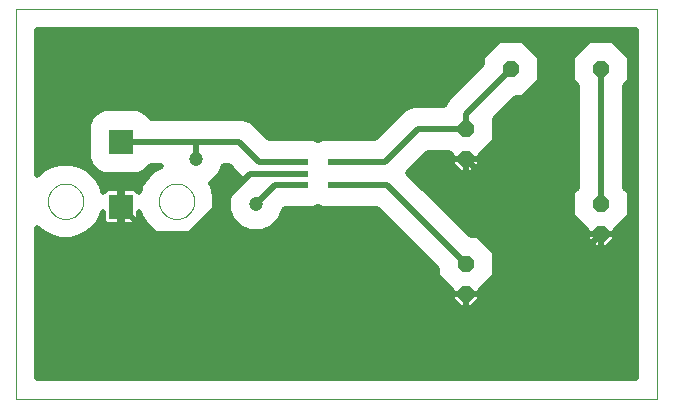
<source format=gtl>
G75*
%MOIN*%
%OFA0B0*%
%FSLAX25Y25*%
%IPPOS*%
%LPD*%
%AMOC8*
5,1,8,0,0,1.08239X$1,22.5*
%
%ADD10C,0.00000*%
%ADD11OC8,0.05200*%
%ADD12R,0.04331X0.02362*%
%ADD13R,0.08268X0.08268*%
%ADD14C,0.02000*%
%ADD15C,0.04724*%
D10*
X0007000Y0007000D02*
X0007000Y0136961D01*
X0220701Y0136961D01*
X0220701Y0007000D01*
X0007000Y0007000D01*
X0017590Y0072984D02*
X0017592Y0073137D01*
X0017598Y0073291D01*
X0017608Y0073444D01*
X0017622Y0073596D01*
X0017640Y0073749D01*
X0017662Y0073900D01*
X0017687Y0074051D01*
X0017717Y0074202D01*
X0017751Y0074352D01*
X0017788Y0074500D01*
X0017829Y0074648D01*
X0017874Y0074794D01*
X0017923Y0074940D01*
X0017976Y0075084D01*
X0018032Y0075226D01*
X0018092Y0075367D01*
X0018156Y0075507D01*
X0018223Y0075645D01*
X0018294Y0075781D01*
X0018369Y0075915D01*
X0018446Y0076047D01*
X0018528Y0076177D01*
X0018612Y0076305D01*
X0018700Y0076431D01*
X0018791Y0076554D01*
X0018885Y0076675D01*
X0018983Y0076793D01*
X0019083Y0076909D01*
X0019187Y0077022D01*
X0019293Y0077133D01*
X0019402Y0077241D01*
X0019514Y0077346D01*
X0019628Y0077447D01*
X0019746Y0077546D01*
X0019865Y0077642D01*
X0019987Y0077735D01*
X0020112Y0077824D01*
X0020239Y0077911D01*
X0020368Y0077993D01*
X0020499Y0078073D01*
X0020632Y0078149D01*
X0020767Y0078222D01*
X0020904Y0078291D01*
X0021043Y0078356D01*
X0021183Y0078418D01*
X0021325Y0078476D01*
X0021468Y0078531D01*
X0021613Y0078582D01*
X0021759Y0078629D01*
X0021906Y0078672D01*
X0022054Y0078711D01*
X0022203Y0078747D01*
X0022353Y0078778D01*
X0022504Y0078806D01*
X0022655Y0078830D01*
X0022808Y0078850D01*
X0022960Y0078866D01*
X0023113Y0078878D01*
X0023266Y0078886D01*
X0023419Y0078890D01*
X0023573Y0078890D01*
X0023726Y0078886D01*
X0023879Y0078878D01*
X0024032Y0078866D01*
X0024184Y0078850D01*
X0024337Y0078830D01*
X0024488Y0078806D01*
X0024639Y0078778D01*
X0024789Y0078747D01*
X0024938Y0078711D01*
X0025086Y0078672D01*
X0025233Y0078629D01*
X0025379Y0078582D01*
X0025524Y0078531D01*
X0025667Y0078476D01*
X0025809Y0078418D01*
X0025949Y0078356D01*
X0026088Y0078291D01*
X0026225Y0078222D01*
X0026360Y0078149D01*
X0026493Y0078073D01*
X0026624Y0077993D01*
X0026753Y0077911D01*
X0026880Y0077824D01*
X0027005Y0077735D01*
X0027127Y0077642D01*
X0027246Y0077546D01*
X0027364Y0077447D01*
X0027478Y0077346D01*
X0027590Y0077241D01*
X0027699Y0077133D01*
X0027805Y0077022D01*
X0027909Y0076909D01*
X0028009Y0076793D01*
X0028107Y0076675D01*
X0028201Y0076554D01*
X0028292Y0076431D01*
X0028380Y0076305D01*
X0028464Y0076177D01*
X0028546Y0076047D01*
X0028623Y0075915D01*
X0028698Y0075781D01*
X0028769Y0075645D01*
X0028836Y0075507D01*
X0028900Y0075367D01*
X0028960Y0075226D01*
X0029016Y0075084D01*
X0029069Y0074940D01*
X0029118Y0074794D01*
X0029163Y0074648D01*
X0029204Y0074500D01*
X0029241Y0074352D01*
X0029275Y0074202D01*
X0029305Y0074051D01*
X0029330Y0073900D01*
X0029352Y0073749D01*
X0029370Y0073596D01*
X0029384Y0073444D01*
X0029394Y0073291D01*
X0029400Y0073137D01*
X0029402Y0072984D01*
X0029400Y0072831D01*
X0029394Y0072677D01*
X0029384Y0072524D01*
X0029370Y0072372D01*
X0029352Y0072219D01*
X0029330Y0072068D01*
X0029305Y0071917D01*
X0029275Y0071766D01*
X0029241Y0071616D01*
X0029204Y0071468D01*
X0029163Y0071320D01*
X0029118Y0071174D01*
X0029069Y0071028D01*
X0029016Y0070884D01*
X0028960Y0070742D01*
X0028900Y0070601D01*
X0028836Y0070461D01*
X0028769Y0070323D01*
X0028698Y0070187D01*
X0028623Y0070053D01*
X0028546Y0069921D01*
X0028464Y0069791D01*
X0028380Y0069663D01*
X0028292Y0069537D01*
X0028201Y0069414D01*
X0028107Y0069293D01*
X0028009Y0069175D01*
X0027909Y0069059D01*
X0027805Y0068946D01*
X0027699Y0068835D01*
X0027590Y0068727D01*
X0027478Y0068622D01*
X0027364Y0068521D01*
X0027246Y0068422D01*
X0027127Y0068326D01*
X0027005Y0068233D01*
X0026880Y0068144D01*
X0026753Y0068057D01*
X0026624Y0067975D01*
X0026493Y0067895D01*
X0026360Y0067819D01*
X0026225Y0067746D01*
X0026088Y0067677D01*
X0025949Y0067612D01*
X0025809Y0067550D01*
X0025667Y0067492D01*
X0025524Y0067437D01*
X0025379Y0067386D01*
X0025233Y0067339D01*
X0025086Y0067296D01*
X0024938Y0067257D01*
X0024789Y0067221D01*
X0024639Y0067190D01*
X0024488Y0067162D01*
X0024337Y0067138D01*
X0024184Y0067118D01*
X0024032Y0067102D01*
X0023879Y0067090D01*
X0023726Y0067082D01*
X0023573Y0067078D01*
X0023419Y0067078D01*
X0023266Y0067082D01*
X0023113Y0067090D01*
X0022960Y0067102D01*
X0022808Y0067118D01*
X0022655Y0067138D01*
X0022504Y0067162D01*
X0022353Y0067190D01*
X0022203Y0067221D01*
X0022054Y0067257D01*
X0021906Y0067296D01*
X0021759Y0067339D01*
X0021613Y0067386D01*
X0021468Y0067437D01*
X0021325Y0067492D01*
X0021183Y0067550D01*
X0021043Y0067612D01*
X0020904Y0067677D01*
X0020767Y0067746D01*
X0020632Y0067819D01*
X0020499Y0067895D01*
X0020368Y0067975D01*
X0020239Y0068057D01*
X0020112Y0068144D01*
X0019987Y0068233D01*
X0019865Y0068326D01*
X0019746Y0068422D01*
X0019628Y0068521D01*
X0019514Y0068622D01*
X0019402Y0068727D01*
X0019293Y0068835D01*
X0019187Y0068946D01*
X0019083Y0069059D01*
X0018983Y0069175D01*
X0018885Y0069293D01*
X0018791Y0069414D01*
X0018700Y0069537D01*
X0018612Y0069663D01*
X0018528Y0069791D01*
X0018446Y0069921D01*
X0018369Y0070053D01*
X0018294Y0070187D01*
X0018223Y0070323D01*
X0018156Y0070461D01*
X0018092Y0070601D01*
X0018032Y0070742D01*
X0017976Y0070884D01*
X0017923Y0071028D01*
X0017874Y0071174D01*
X0017829Y0071320D01*
X0017788Y0071468D01*
X0017751Y0071616D01*
X0017717Y0071766D01*
X0017687Y0071917D01*
X0017662Y0072068D01*
X0017640Y0072219D01*
X0017622Y0072372D01*
X0017608Y0072524D01*
X0017598Y0072677D01*
X0017592Y0072831D01*
X0017590Y0072984D01*
X0054598Y0072984D02*
X0054600Y0073137D01*
X0054606Y0073291D01*
X0054616Y0073444D01*
X0054630Y0073596D01*
X0054648Y0073749D01*
X0054670Y0073900D01*
X0054695Y0074051D01*
X0054725Y0074202D01*
X0054759Y0074352D01*
X0054796Y0074500D01*
X0054837Y0074648D01*
X0054882Y0074794D01*
X0054931Y0074940D01*
X0054984Y0075084D01*
X0055040Y0075226D01*
X0055100Y0075367D01*
X0055164Y0075507D01*
X0055231Y0075645D01*
X0055302Y0075781D01*
X0055377Y0075915D01*
X0055454Y0076047D01*
X0055536Y0076177D01*
X0055620Y0076305D01*
X0055708Y0076431D01*
X0055799Y0076554D01*
X0055893Y0076675D01*
X0055991Y0076793D01*
X0056091Y0076909D01*
X0056195Y0077022D01*
X0056301Y0077133D01*
X0056410Y0077241D01*
X0056522Y0077346D01*
X0056636Y0077447D01*
X0056754Y0077546D01*
X0056873Y0077642D01*
X0056995Y0077735D01*
X0057120Y0077824D01*
X0057247Y0077911D01*
X0057376Y0077993D01*
X0057507Y0078073D01*
X0057640Y0078149D01*
X0057775Y0078222D01*
X0057912Y0078291D01*
X0058051Y0078356D01*
X0058191Y0078418D01*
X0058333Y0078476D01*
X0058476Y0078531D01*
X0058621Y0078582D01*
X0058767Y0078629D01*
X0058914Y0078672D01*
X0059062Y0078711D01*
X0059211Y0078747D01*
X0059361Y0078778D01*
X0059512Y0078806D01*
X0059663Y0078830D01*
X0059816Y0078850D01*
X0059968Y0078866D01*
X0060121Y0078878D01*
X0060274Y0078886D01*
X0060427Y0078890D01*
X0060581Y0078890D01*
X0060734Y0078886D01*
X0060887Y0078878D01*
X0061040Y0078866D01*
X0061192Y0078850D01*
X0061345Y0078830D01*
X0061496Y0078806D01*
X0061647Y0078778D01*
X0061797Y0078747D01*
X0061946Y0078711D01*
X0062094Y0078672D01*
X0062241Y0078629D01*
X0062387Y0078582D01*
X0062532Y0078531D01*
X0062675Y0078476D01*
X0062817Y0078418D01*
X0062957Y0078356D01*
X0063096Y0078291D01*
X0063233Y0078222D01*
X0063368Y0078149D01*
X0063501Y0078073D01*
X0063632Y0077993D01*
X0063761Y0077911D01*
X0063888Y0077824D01*
X0064013Y0077735D01*
X0064135Y0077642D01*
X0064254Y0077546D01*
X0064372Y0077447D01*
X0064486Y0077346D01*
X0064598Y0077241D01*
X0064707Y0077133D01*
X0064813Y0077022D01*
X0064917Y0076909D01*
X0065017Y0076793D01*
X0065115Y0076675D01*
X0065209Y0076554D01*
X0065300Y0076431D01*
X0065388Y0076305D01*
X0065472Y0076177D01*
X0065554Y0076047D01*
X0065631Y0075915D01*
X0065706Y0075781D01*
X0065777Y0075645D01*
X0065844Y0075507D01*
X0065908Y0075367D01*
X0065968Y0075226D01*
X0066024Y0075084D01*
X0066077Y0074940D01*
X0066126Y0074794D01*
X0066171Y0074648D01*
X0066212Y0074500D01*
X0066249Y0074352D01*
X0066283Y0074202D01*
X0066313Y0074051D01*
X0066338Y0073900D01*
X0066360Y0073749D01*
X0066378Y0073596D01*
X0066392Y0073444D01*
X0066402Y0073291D01*
X0066408Y0073137D01*
X0066410Y0072984D01*
X0066408Y0072831D01*
X0066402Y0072677D01*
X0066392Y0072524D01*
X0066378Y0072372D01*
X0066360Y0072219D01*
X0066338Y0072068D01*
X0066313Y0071917D01*
X0066283Y0071766D01*
X0066249Y0071616D01*
X0066212Y0071468D01*
X0066171Y0071320D01*
X0066126Y0071174D01*
X0066077Y0071028D01*
X0066024Y0070884D01*
X0065968Y0070742D01*
X0065908Y0070601D01*
X0065844Y0070461D01*
X0065777Y0070323D01*
X0065706Y0070187D01*
X0065631Y0070053D01*
X0065554Y0069921D01*
X0065472Y0069791D01*
X0065388Y0069663D01*
X0065300Y0069537D01*
X0065209Y0069414D01*
X0065115Y0069293D01*
X0065017Y0069175D01*
X0064917Y0069059D01*
X0064813Y0068946D01*
X0064707Y0068835D01*
X0064598Y0068727D01*
X0064486Y0068622D01*
X0064372Y0068521D01*
X0064254Y0068422D01*
X0064135Y0068326D01*
X0064013Y0068233D01*
X0063888Y0068144D01*
X0063761Y0068057D01*
X0063632Y0067975D01*
X0063501Y0067895D01*
X0063368Y0067819D01*
X0063233Y0067746D01*
X0063096Y0067677D01*
X0062957Y0067612D01*
X0062817Y0067550D01*
X0062675Y0067492D01*
X0062532Y0067437D01*
X0062387Y0067386D01*
X0062241Y0067339D01*
X0062094Y0067296D01*
X0061946Y0067257D01*
X0061797Y0067221D01*
X0061647Y0067190D01*
X0061496Y0067162D01*
X0061345Y0067138D01*
X0061192Y0067118D01*
X0061040Y0067102D01*
X0060887Y0067090D01*
X0060734Y0067082D01*
X0060581Y0067078D01*
X0060427Y0067078D01*
X0060274Y0067082D01*
X0060121Y0067090D01*
X0059968Y0067102D01*
X0059816Y0067118D01*
X0059663Y0067138D01*
X0059512Y0067162D01*
X0059361Y0067190D01*
X0059211Y0067221D01*
X0059062Y0067257D01*
X0058914Y0067296D01*
X0058767Y0067339D01*
X0058621Y0067386D01*
X0058476Y0067437D01*
X0058333Y0067492D01*
X0058191Y0067550D01*
X0058051Y0067612D01*
X0057912Y0067677D01*
X0057775Y0067746D01*
X0057640Y0067819D01*
X0057507Y0067895D01*
X0057376Y0067975D01*
X0057247Y0068057D01*
X0057120Y0068144D01*
X0056995Y0068233D01*
X0056873Y0068326D01*
X0056754Y0068422D01*
X0056636Y0068521D01*
X0056522Y0068622D01*
X0056410Y0068727D01*
X0056301Y0068835D01*
X0056195Y0068946D01*
X0056091Y0069059D01*
X0055991Y0069175D01*
X0055893Y0069293D01*
X0055799Y0069414D01*
X0055708Y0069537D01*
X0055620Y0069663D01*
X0055536Y0069791D01*
X0055454Y0069921D01*
X0055377Y0070053D01*
X0055302Y0070187D01*
X0055231Y0070323D01*
X0055164Y0070461D01*
X0055100Y0070601D01*
X0055040Y0070742D01*
X0054984Y0070884D01*
X0054931Y0071028D01*
X0054882Y0071174D01*
X0054837Y0071320D01*
X0054796Y0071468D01*
X0054759Y0071616D01*
X0054725Y0071766D01*
X0054695Y0071917D01*
X0054670Y0072068D01*
X0054648Y0072219D01*
X0054630Y0072372D01*
X0054616Y0072524D01*
X0054606Y0072677D01*
X0054600Y0072831D01*
X0054598Y0072984D01*
D11*
X0157000Y0087000D03*
X0157000Y0097000D03*
X0172000Y0117000D03*
X0202000Y0117000D03*
X0202000Y0072000D03*
X0202000Y0062000D03*
X0157000Y0052000D03*
X0157000Y0042000D03*
D12*
X0112906Y0078457D03*
X0112906Y0085937D03*
X0102276Y0085937D03*
X0102276Y0082197D03*
X0102276Y0078457D03*
D13*
X0042000Y0071173D03*
X0042000Y0092827D03*
D14*
X0067000Y0092827D01*
X0067000Y0087000D01*
X0075410Y0082839D02*
X0079847Y0082839D01*
X0077860Y0084827D02*
X0082441Y0080245D01*
X0081697Y0079937D01*
X0079063Y0077303D01*
X0077638Y0073862D01*
X0077638Y0070138D01*
X0079063Y0066697D01*
X0081697Y0064063D01*
X0085138Y0062638D01*
X0088862Y0062638D01*
X0092303Y0064063D01*
X0094937Y0066697D01*
X0096299Y0069985D01*
X0096770Y0070457D01*
X0098281Y0070457D01*
X0098718Y0070276D01*
X0105833Y0070276D01*
X0107591Y0071003D01*
X0109348Y0070276D01*
X0116463Y0070276D01*
X0116900Y0070457D01*
X0127230Y0070457D01*
X0147400Y0050286D01*
X0147400Y0048024D01*
X0152400Y0043024D01*
X0152400Y0042000D01*
X0157000Y0042000D01*
X0097000Y0042000D01*
X0070971Y0068029D01*
X0065021Y0062079D01*
X0052079Y0062079D01*
X0052000Y0062000D01*
X0051173Y0062000D01*
X0042000Y0071173D01*
X0042378Y0070795D02*
X0042378Y0065039D01*
X0046397Y0065039D01*
X0046906Y0065176D01*
X0047362Y0065439D01*
X0047734Y0065811D01*
X0047998Y0066267D01*
X0048134Y0066776D01*
X0048134Y0069287D01*
X0048478Y0068003D01*
X0050177Y0065060D01*
X0052580Y0062657D01*
X0055523Y0060958D01*
X0058805Y0060079D01*
X0062203Y0060079D01*
X0065485Y0060958D01*
X0068428Y0062657D01*
X0070831Y0065060D01*
X0072530Y0068003D01*
X0073409Y0071285D01*
X0073409Y0074683D01*
X0072530Y0077966D01*
X0071975Y0078927D01*
X0072303Y0079063D01*
X0074937Y0081697D01*
X0076233Y0084827D01*
X0077860Y0084827D01*
X0074081Y0080841D02*
X0081846Y0080841D01*
X0080602Y0078842D02*
X0072024Y0078842D01*
X0072831Y0076844D02*
X0078873Y0076844D01*
X0078045Y0074845D02*
X0073366Y0074845D01*
X0073409Y0072847D02*
X0077638Y0072847D01*
X0077638Y0070848D02*
X0073292Y0070848D01*
X0072757Y0068850D02*
X0078171Y0068850D01*
X0078999Y0066851D02*
X0071865Y0066851D01*
X0070971Y0068029D02*
X0084942Y0082000D01*
X0102079Y0082000D01*
X0102276Y0082197D01*
X0102276Y0085937D02*
X0088063Y0085937D01*
X0081173Y0092827D01*
X0067000Y0092827D01*
X0055205Y0084827D02*
X0052580Y0083311D01*
X0050177Y0080908D01*
X0048478Y0077966D01*
X0047980Y0076109D01*
X0047734Y0076535D01*
X0047362Y0076907D01*
X0046906Y0077171D01*
X0046397Y0077307D01*
X0042378Y0077307D01*
X0042378Y0071551D01*
X0041622Y0071551D01*
X0041622Y0077307D01*
X0037603Y0077307D01*
X0037094Y0077171D01*
X0036638Y0076907D01*
X0036266Y0076535D01*
X0036020Y0076109D01*
X0035522Y0077966D01*
X0033823Y0080908D01*
X0031420Y0083311D01*
X0028477Y0085010D01*
X0025195Y0085890D01*
X0021797Y0085890D01*
X0018515Y0085010D01*
X0015572Y0083311D01*
X0014000Y0081739D01*
X0014000Y0129961D01*
X0213701Y0129961D01*
X0213701Y0014000D01*
X0014000Y0014000D01*
X0014000Y0064229D01*
X0015572Y0062657D01*
X0018515Y0060958D01*
X0021797Y0060079D01*
X0025195Y0060079D01*
X0028477Y0060958D01*
X0031420Y0062657D01*
X0033823Y0065060D01*
X0035522Y0068003D01*
X0035866Y0069287D01*
X0035866Y0066776D01*
X0036002Y0066267D01*
X0036266Y0065811D01*
X0036638Y0065439D01*
X0037094Y0065176D01*
X0037603Y0065039D01*
X0041622Y0065039D01*
X0041622Y0070795D01*
X0042378Y0070795D01*
X0042378Y0072847D02*
X0041622Y0072847D01*
X0041622Y0074845D02*
X0042378Y0074845D01*
X0042378Y0076844D02*
X0041622Y0076844D01*
X0047426Y0076844D02*
X0048177Y0076844D01*
X0048984Y0078842D02*
X0035016Y0078842D01*
X0035823Y0076844D02*
X0036574Y0076844D01*
X0033862Y0080841D02*
X0050138Y0080841D01*
X0050099Y0082759D02*
X0052068Y0084728D01*
X0052109Y0084827D01*
X0055205Y0084827D01*
X0052108Y0082839D02*
X0050180Y0082839D01*
X0050099Y0082759D02*
X0047526Y0081693D01*
X0036474Y0081693D01*
X0033901Y0082759D01*
X0031932Y0084728D01*
X0030866Y0087301D01*
X0030866Y0098353D01*
X0031932Y0100926D01*
X0033901Y0102895D01*
X0036474Y0103961D01*
X0047526Y0103961D01*
X0050099Y0102895D01*
X0052068Y0100926D01*
X0052109Y0100827D01*
X0082765Y0100827D01*
X0085705Y0099609D01*
X0091377Y0093937D01*
X0098281Y0093937D01*
X0098718Y0094118D01*
X0105833Y0094118D01*
X0107591Y0093390D01*
X0109348Y0094118D01*
X0116463Y0094118D01*
X0116900Y0093937D01*
X0126623Y0093937D01*
X0136468Y0103782D01*
X0139409Y0105000D01*
X0149584Y0105000D01*
X0150218Y0106532D01*
X0152468Y0108782D01*
X0162400Y0118714D01*
X0162400Y0120976D01*
X0168024Y0126600D01*
X0175976Y0126600D01*
X0181600Y0120976D01*
X0181600Y0113024D01*
X0175976Y0107400D01*
X0173714Y0107400D01*
X0166600Y0100286D01*
X0166600Y0093024D01*
X0161600Y0088024D01*
X0161600Y0087000D01*
X0157000Y0087000D01*
X0177000Y0067000D01*
X0177000Y0042000D01*
X0157000Y0042000D01*
X0161600Y0042000D01*
X0161600Y0043024D01*
X0166600Y0048024D01*
X0166600Y0055976D01*
X0160976Y0061600D01*
X0158714Y0061600D01*
X0137814Y0082500D01*
X0144314Y0089000D01*
X0151424Y0089000D01*
X0152400Y0088024D01*
X0152400Y0087000D01*
X0157000Y0087000D01*
X0157000Y0087000D01*
X0161600Y0087000D01*
X0161600Y0085095D01*
X0158905Y0082400D01*
X0157000Y0082400D01*
X0157000Y0087000D01*
X0157000Y0087000D01*
X0157000Y0087000D01*
X0157000Y0082400D01*
X0155095Y0082400D01*
X0152400Y0085095D01*
X0152400Y0087000D01*
X0157000Y0087000D01*
X0157000Y0086836D02*
X0157000Y0086836D01*
X0157000Y0084838D02*
X0157000Y0084838D01*
X0157000Y0082839D02*
X0157000Y0082839D01*
X0159345Y0082839D02*
X0194000Y0082839D01*
X0194000Y0080841D02*
X0139473Y0080841D01*
X0138153Y0082839D02*
X0154655Y0082839D01*
X0152657Y0084838D02*
X0140151Y0084838D01*
X0142150Y0086836D02*
X0152400Y0086836D01*
X0151589Y0088835D02*
X0144148Y0088835D01*
X0141000Y0097000D02*
X0129937Y0085937D01*
X0112906Y0085937D01*
X0112906Y0078457D02*
X0130543Y0078457D01*
X0157000Y0052000D01*
X0163719Y0058857D02*
X0198638Y0058857D01*
X0197400Y0060095D02*
X0200095Y0057400D01*
X0202000Y0057400D01*
X0203905Y0057400D01*
X0206600Y0060095D01*
X0206600Y0062000D01*
X0206600Y0063024D01*
X0211600Y0068024D01*
X0211600Y0075976D01*
X0210000Y0077576D01*
X0210000Y0111424D01*
X0211600Y0113024D01*
X0211600Y0120976D01*
X0205976Y0126600D01*
X0198024Y0126600D01*
X0192400Y0120976D01*
X0192400Y0113024D01*
X0194000Y0111424D01*
X0194000Y0077576D01*
X0192400Y0075976D01*
X0192400Y0068024D01*
X0197400Y0063024D01*
X0197400Y0062000D01*
X0202000Y0062000D01*
X0182000Y0042000D01*
X0177000Y0042000D01*
X0166600Y0048865D02*
X0213701Y0048865D01*
X0213701Y0046866D02*
X0165442Y0046866D01*
X0163444Y0044868D02*
X0213701Y0044868D01*
X0213701Y0042869D02*
X0161600Y0042869D01*
X0161600Y0042000D02*
X0157000Y0042000D01*
X0157000Y0042000D01*
X0157000Y0037400D01*
X0158905Y0037400D01*
X0161600Y0040095D01*
X0161600Y0042000D01*
X0161600Y0040870D02*
X0213701Y0040870D01*
X0213701Y0038872D02*
X0160377Y0038872D01*
X0157000Y0038872D02*
X0157000Y0038872D01*
X0157000Y0037400D02*
X0155095Y0037400D01*
X0152400Y0040095D01*
X0152400Y0042000D01*
X0157000Y0042000D01*
X0157000Y0042000D01*
X0157000Y0042000D01*
X0157000Y0037400D01*
X0153623Y0038872D02*
X0014000Y0038872D01*
X0014000Y0036873D02*
X0213701Y0036873D01*
X0213701Y0034875D02*
X0014000Y0034875D01*
X0014000Y0032876D02*
X0213701Y0032876D01*
X0213701Y0030878D02*
X0014000Y0030878D01*
X0014000Y0028879D02*
X0213701Y0028879D01*
X0213701Y0026881D02*
X0014000Y0026881D01*
X0014000Y0024882D02*
X0213701Y0024882D01*
X0213701Y0022884D02*
X0014000Y0022884D01*
X0014000Y0020885D02*
X0213701Y0020885D01*
X0213701Y0018887D02*
X0014000Y0018887D01*
X0014000Y0016888D02*
X0213701Y0016888D01*
X0213701Y0014890D02*
X0014000Y0014890D01*
X0014000Y0040870D02*
X0152400Y0040870D01*
X0152400Y0042869D02*
X0014000Y0042869D01*
X0014000Y0044868D02*
X0150556Y0044868D01*
X0148558Y0046866D02*
X0014000Y0046866D01*
X0014000Y0048865D02*
X0147400Y0048865D01*
X0146823Y0050863D02*
X0014000Y0050863D01*
X0014000Y0052862D02*
X0144825Y0052862D01*
X0142826Y0054860D02*
X0014000Y0054860D01*
X0014000Y0056859D02*
X0140828Y0056859D01*
X0138829Y0058857D02*
X0014000Y0058857D01*
X0014000Y0060856D02*
X0018898Y0060856D01*
X0015375Y0062854D02*
X0014000Y0062854D01*
X0028094Y0060856D02*
X0055906Y0060856D01*
X0052383Y0062854D02*
X0031617Y0062854D01*
X0033616Y0064853D02*
X0050384Y0064853D01*
X0049143Y0066851D02*
X0048134Y0066851D01*
X0048134Y0068850D02*
X0048251Y0068850D01*
X0042378Y0068850D02*
X0041622Y0068850D01*
X0041622Y0066851D02*
X0042378Y0066851D01*
X0035866Y0066851D02*
X0034857Y0066851D01*
X0035749Y0068850D02*
X0035866Y0068850D01*
X0033820Y0082839D02*
X0031892Y0082839D01*
X0031886Y0084838D02*
X0028776Y0084838D01*
X0031058Y0086836D02*
X0014000Y0086836D01*
X0014000Y0088835D02*
X0030866Y0088835D01*
X0030866Y0090833D02*
X0014000Y0090833D01*
X0014000Y0092832D02*
X0030866Y0092832D01*
X0030866Y0094830D02*
X0014000Y0094830D01*
X0014000Y0096829D02*
X0030866Y0096829D01*
X0031063Y0098827D02*
X0014000Y0098827D01*
X0014000Y0100826D02*
X0031890Y0100826D01*
X0033830Y0102824D02*
X0014000Y0102824D01*
X0014000Y0104823D02*
X0138981Y0104823D01*
X0135511Y0102824D02*
X0050170Y0102824D01*
X0018216Y0084838D02*
X0014000Y0084838D01*
X0014000Y0082839D02*
X0015100Y0082839D01*
X0014000Y0106821D02*
X0150508Y0106821D01*
X0152506Y0108820D02*
X0014000Y0108820D01*
X0014000Y0110818D02*
X0154505Y0110818D01*
X0156503Y0112817D02*
X0014000Y0112817D01*
X0014000Y0114815D02*
X0158502Y0114815D01*
X0160500Y0116814D02*
X0014000Y0116814D01*
X0014000Y0118812D02*
X0162400Y0118812D01*
X0162400Y0120811D02*
X0014000Y0120811D01*
X0014000Y0122809D02*
X0164233Y0122809D01*
X0166232Y0124808D02*
X0014000Y0124808D01*
X0014000Y0126806D02*
X0213701Y0126806D01*
X0213701Y0128805D02*
X0014000Y0128805D01*
X0082767Y0100826D02*
X0133512Y0100826D01*
X0131514Y0098827D02*
X0086486Y0098827D01*
X0088485Y0096829D02*
X0129515Y0096829D01*
X0127517Y0094830D02*
X0090483Y0094830D01*
X0093457Y0078457D02*
X0087000Y0072000D01*
X0093457Y0078457D02*
X0102276Y0078457D01*
X0107216Y0070848D02*
X0107965Y0070848D01*
X0095829Y0068850D02*
X0128837Y0068850D01*
X0130835Y0066851D02*
X0095001Y0066851D01*
X0093093Y0064853D02*
X0132834Y0064853D01*
X0134832Y0062854D02*
X0089384Y0062854D01*
X0084616Y0062854D02*
X0068625Y0062854D01*
X0065102Y0060856D02*
X0136831Y0060856D01*
X0149466Y0070848D02*
X0192400Y0070848D01*
X0192400Y0072847D02*
X0147467Y0072847D01*
X0145469Y0074845D02*
X0192400Y0074845D01*
X0193267Y0076844D02*
X0143470Y0076844D01*
X0141471Y0078842D02*
X0194000Y0078842D01*
X0194000Y0084838D02*
X0161343Y0084838D01*
X0161600Y0086836D02*
X0194000Y0086836D01*
X0194000Y0088835D02*
X0162411Y0088835D01*
X0164410Y0090833D02*
X0194000Y0090833D01*
X0194000Y0092832D02*
X0166408Y0092832D01*
X0166600Y0094830D02*
X0194000Y0094830D01*
X0194000Y0096829D02*
X0166600Y0096829D01*
X0166600Y0098827D02*
X0194000Y0098827D01*
X0194000Y0100826D02*
X0167140Y0100826D01*
X0169138Y0102824D02*
X0194000Y0102824D01*
X0194000Y0104823D02*
X0171137Y0104823D01*
X0173135Y0106821D02*
X0194000Y0106821D01*
X0194000Y0108820D02*
X0177396Y0108820D01*
X0179395Y0110818D02*
X0194000Y0110818D01*
X0192607Y0112817D02*
X0181393Y0112817D01*
X0181600Y0114815D02*
X0192400Y0114815D01*
X0192400Y0116814D02*
X0181600Y0116814D01*
X0181600Y0118812D02*
X0192400Y0118812D01*
X0192400Y0120811D02*
X0181600Y0120811D01*
X0179767Y0122809D02*
X0194233Y0122809D01*
X0196232Y0124808D02*
X0177768Y0124808D01*
X0172000Y0117000D02*
X0157000Y0102000D01*
X0157000Y0097000D01*
X0141000Y0097000D01*
X0151464Y0068850D02*
X0192400Y0068850D01*
X0193572Y0066851D02*
X0153463Y0066851D01*
X0155461Y0064853D02*
X0195571Y0064853D01*
X0197400Y0062854D02*
X0157460Y0062854D01*
X0161721Y0060856D02*
X0197400Y0060856D01*
X0197400Y0060095D02*
X0197400Y0062000D01*
X0202000Y0062000D01*
X0206600Y0062000D01*
X0202000Y0062000D01*
X0202000Y0062000D01*
X0202000Y0062000D01*
X0202000Y0057400D01*
X0202000Y0062000D01*
X0202000Y0062000D01*
X0202000Y0060856D02*
X0202000Y0060856D01*
X0202000Y0058857D02*
X0202000Y0058857D01*
X0205362Y0058857D02*
X0213701Y0058857D01*
X0213701Y0056859D02*
X0165718Y0056859D01*
X0166600Y0054860D02*
X0213701Y0054860D01*
X0213701Y0052862D02*
X0166600Y0052862D01*
X0166600Y0050863D02*
X0213701Y0050863D01*
X0213701Y0060856D02*
X0206600Y0060856D01*
X0206600Y0062854D02*
X0213701Y0062854D01*
X0213701Y0064853D02*
X0208429Y0064853D01*
X0210428Y0066851D02*
X0213701Y0066851D01*
X0213701Y0068850D02*
X0211600Y0068850D01*
X0211600Y0070848D02*
X0213701Y0070848D01*
X0213701Y0072847D02*
X0211600Y0072847D01*
X0211600Y0074845D02*
X0213701Y0074845D01*
X0213701Y0076844D02*
X0210733Y0076844D01*
X0210000Y0078842D02*
X0213701Y0078842D01*
X0213701Y0080841D02*
X0210000Y0080841D01*
X0210000Y0082839D02*
X0213701Y0082839D01*
X0213701Y0084838D02*
X0210000Y0084838D01*
X0210000Y0086836D02*
X0213701Y0086836D01*
X0213701Y0088835D02*
X0210000Y0088835D01*
X0210000Y0090833D02*
X0213701Y0090833D01*
X0213701Y0092832D02*
X0210000Y0092832D01*
X0210000Y0094830D02*
X0213701Y0094830D01*
X0213701Y0096829D02*
X0210000Y0096829D01*
X0210000Y0098827D02*
X0213701Y0098827D01*
X0213701Y0100826D02*
X0210000Y0100826D01*
X0210000Y0102824D02*
X0213701Y0102824D01*
X0213701Y0104823D02*
X0210000Y0104823D01*
X0210000Y0106821D02*
X0213701Y0106821D01*
X0213701Y0108820D02*
X0210000Y0108820D01*
X0210000Y0110818D02*
X0213701Y0110818D01*
X0213701Y0112817D02*
X0211393Y0112817D01*
X0211600Y0114815D02*
X0213701Y0114815D01*
X0213701Y0116814D02*
X0211600Y0116814D01*
X0211600Y0118812D02*
X0213701Y0118812D01*
X0213701Y0120811D02*
X0211600Y0120811D01*
X0209767Y0122809D02*
X0213701Y0122809D01*
X0213701Y0124808D02*
X0207768Y0124808D01*
X0202000Y0117000D02*
X0202000Y0072000D01*
X0157000Y0040870D02*
X0157000Y0040870D01*
X0080907Y0064853D02*
X0070623Y0064853D01*
D15*
X0087000Y0072000D03*
X0067000Y0087000D03*
M02*

</source>
